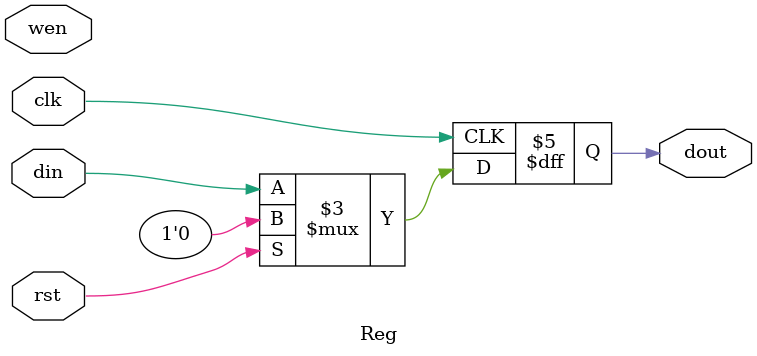
<source format=v>
module Reg #(parameter WIDTH = 1, parameter RESET_VAL = 0) (
  input clk,
  input rst,
  input [WIDTH-1:0] din,
  output reg [WIDTH-1:0] dout,
  input wen
);
  always @(posedge clk) begin
    if (rst) dout <= RESET_VAL;
    // else if (wen) dout <= din;
    else dout <= din;
  end
endmodule
</source>
